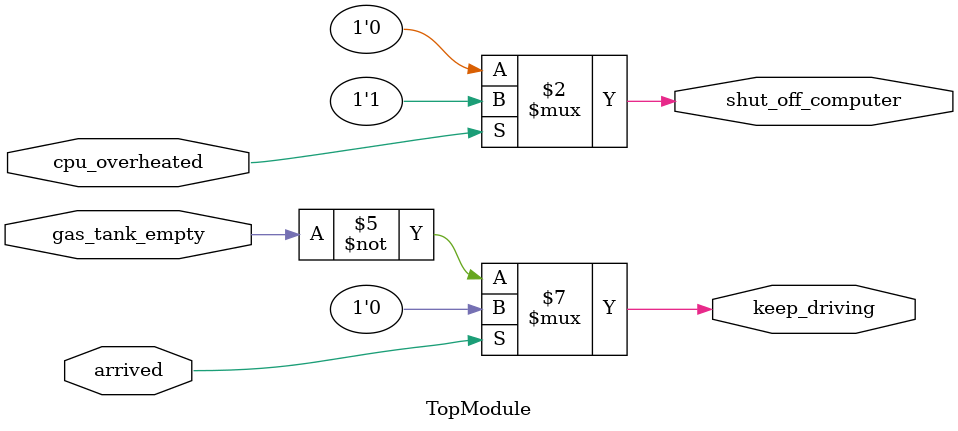
<source format=sv>
module TopModule (
    input      cpu_overheated,
    output logic shut_off_computer,
    input      arrived,
    input      gas_tank_empty,
    output logic keep_driving
);

    always @(*) begin
        shut_off_computer = cpu_overheated ? 1'b1 : 1'b0;
    end

    always @(*) begin
        if (~arrived)
            keep_driving = ~gas_tank_empty;
        else
            keep_driving = 1'b0; // Ensure keep_driving is defined when arrived is true
    end

endmodule
</source>
